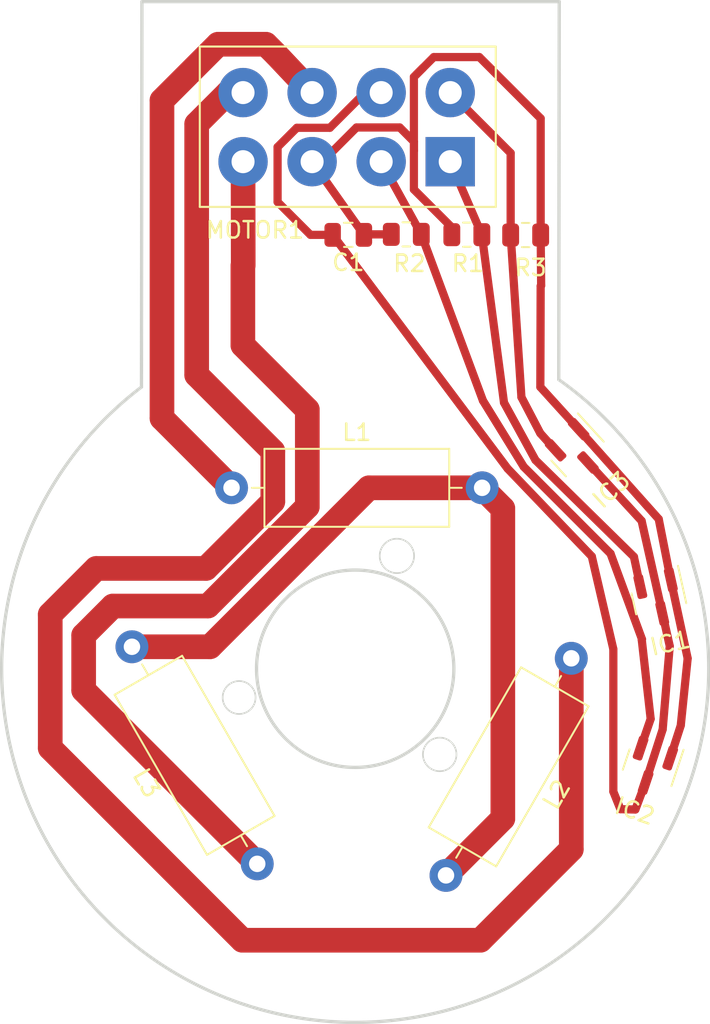
<source format=kicad_pcb>
(kicad_pcb (version 20221018) (generator pcbnew)
  (layers (0 "F.Cu" signal) (31 "B.Cu" signal) (34 "B.Paste" user) (35 "F.Paste" user) (36 "B.SilkS" user "B.Silkscreen") (37 "F.SilkS" user "F.Silkscreen") (38 "B.Mask" user) (39 "F.Mask" user) (44 "Edge.Cuts" user))
  (net 0 "")
  (net 1 "GND")
  (net 2 "MOTOR1_1")
  (net 3 "MOTOR1_2")
  (net 4 "MOTOR1_3")
  (net 5 "5V")
  (net 6 "HALL1_M1")
  (net 7 "HALL2_M1")
  (net 8 "HALL3_M1")
  (net 9 "Net-(L1-Pad2)")
  (footprint "Package_TO_SOT_SMD:SOT-23" (layer "F.Cu") (at 133.790766 105.446813 -77.5)
    (fp_text reference "IC1" (at 2.815413 -0.071564 12.5) (layer "F.SilkS"))
    (fp_text value "a3144e")
    (fp_line (start 0 -1.56) (end -1.675 -1.56) (stroke (width 0.12)) (layer "F.SilkS"))
    (fp_line (start 0 -1.56) (end 0.65 -1.56) (stroke (width 0.12)) (layer "F.SilkS"))
    (fp_line (start 0 1.56) (end -0.65 1.56) (stroke (width 0.12)) (layer "F.SilkS"))
    (fp_line (start 0 1.56) (end 0.65 1.56) (stroke (width 0.12)) (layer "F.SilkS"))
    (pad "1" smd roundrect (at -0.9375 -0.95 282.5) (size 1.475 0.6) (layers "F.Cu" "F.Paste" "F.Mask") (net 5 "5V"))
    (pad "2" smd roundrect (at -0.9375 0.95 282.5) (size 1.475 0.6) (layers "F.Cu" "F.Paste" "F.Mask") (net 6 "HALL1_M1"))
    (pad "3" smd roundrect (at 0.9375 0 282.5) (size 1.475 0.6) (layers "F.Cu" "F.Paste" "F.Mask") (net 1 "GND"))
  )
  (footprint "Inductor_THT:L_Axial_L11.0mm_D4.5mm_P15.24mm_Horizontal_Fastron_MECC" (layer "F.Cu") (at 128.4625 109.096557 -120)
    (fp_text reference "L2" (at 7.62 -3.37 60) (layer "F.SilkS"))
    (fp_text value "L")
    (fp_line (start 1.24 0) (end 2 0) (stroke (width 0.12)) (layer "F.SilkS"))
    (fp_line (start 2 -2.37) (end 2 2.37) (stroke (width 0.12)) (layer "F.SilkS"))
    (fp_line (start 2 2.37) (end 13.24 2.37) (stroke (width 0.12)) (layer "F.SilkS"))
    (fp_line (start 13.24 -2.37) (end 2 -2.37) (stroke (width 0.12)) (layer "F.SilkS"))
    (fp_line (start 13.24 2.37) (end 13.24 -2.37) (stroke (width 0.12)) (layer "F.SilkS"))
    (fp_line (start 14 0) (end 13.24 0) (stroke (width 0.12)) (layer "F.SilkS"))
    (pad "1" thru_hole circle (at 0 0 240) (size 2 2) (drill 1) (layers "*.Cu" "*.Mask") (net 3 "MOTOR1_2"))
    (pad "2" thru_hole oval (at 15.24 0 240) (size 2 2) (drill 1) (layers "*.Cu" "*.Mask") (net 9 "Net-(L1-Pad2)"))
  )
  (footprint "Resistor_SMD:R_0805_2012Metric" (layer "F.Cu") (at 125.6875 83.36 180)
    (fp_text reference "R3" (at -0.2965 -1.984) (layer "F.SilkS"))
    (fp_text value "10k")
    (fp_line (start -0.227064 -0.735) (end 0.227064 -0.735) (stroke (width 0.12)) (layer "F.SilkS"))
    (fp_line (start -0.227064 0.735) (end 0.227064 0.735) (stroke (width 0.12)) (layer "F.SilkS"))
    (pad "1" smd roundrect (at -0.9125 0 180) (size 1.025 1.4) (layers "F.Cu" "F.Paste" "F.Mask") (roundrect_rratio 0.243902439) (net 5 "5V"))
    (pad "2" smd roundrect (at 0.9125 0 180) (size 1.025 1.4) (layers "F.Cu" "F.Paste" "F.Mask") (roundrect_rratio 0.243902439) (net 8 "HALL3_M1"))
  )
  (footprint "Package_TO_SOT_SMD:SOT-23" (layer "F.Cu") (at 128.842418 96.497199 -47.5)
    (fp_text reference "IC3" (at 3.132122 0.079277 42.5) (layer "F.SilkS"))
    (fp_text value "a3144e")
    (fp_line (start 0 -1.56) (end -1.675 -1.56) (stroke (width 0.12)) (layer "F.SilkS"))
    (fp_line (start 0 -1.56) (end 0.65 -1.56) (stroke (width 0.12)) (layer "F.SilkS"))
    (fp_line (start 0 1.56) (end -0.65 1.56) (stroke (width 0.12)) (layer "F.SilkS"))
    (fp_line (start 0 1.56) (end 0.65 1.56) (stroke (width 0.12)) (layer "F.SilkS"))
    (pad "1" smd roundrect (at -0.9375 -0.95 312.5) (size 1.475 0.6) (layers "F.Cu" "F.Paste" "F.Mask") (net 5 "5V"))
    (pad "2" smd roundrect (at -0.9375 0.95 312.5) (size 1.475 0.6) (layers "F.Cu" "F.Paste" "F.Mask") (net 8 "HALL3_M1"))
    (pad "3" smd roundrect (at 0.9375 0 312.5) (size 1.475 0.6) (layers "F.Cu" "F.Paste" "F.Mask") (net 1 "GND"))
  )
  (footprint "Inductor_THT:L_Axial_L11.0mm_D4.5mm_P15.24mm_Horizontal_Fastron_MECC" (layer "F.Cu") (at 109.3625 121.593444 120)
    (fp_text reference "L3" (at 7.62 -3.37 120) (layer "F.SilkS"))
    (fp_text value "L")
    (fp_line (start 1.24 0) (end 2 0) (stroke (width 0.12)) (layer "F.SilkS"))
    (fp_line (start 2 -2.37) (end 2 2.37) (stroke (width 0.12)) (layer "F.SilkS"))
    (fp_line (start 2 2.37) (end 13.24 2.37) (stroke (width 0.12)) (layer "F.SilkS"))
    (fp_line (start 13.24 -2.37) (end 2 -2.37) (stroke (width 0.12)) (layer "F.SilkS"))
    (fp_line (start 13.24 2.37) (end 13.24 -2.37) (stroke (width 0.12)) (layer "F.SilkS"))
    (fp_line (start 14 0) (end 13.24 0) (stroke (width 0.12)) (layer "F.SilkS"))
    (pad "1" thru_hole circle (at 0 0 120) (size 2 2) (drill 1) (layers "*.Cu" "*.Mask") (net 4 "MOTOR1_3"))
    (pad "2" thru_hole oval (at 15.24 0 120) (size 2 2) (drill 1) (layers "*.Cu" "*.Mask") (net 9 "Net-(L1-Pad2)"))
  )
  (footprint "Inductor_THT:L_Axial_L11.0mm_D4.5mm_P15.24mm_Horizontal_Fastron_MECC" (layer "F.Cu") (at 107.8 98.73)
    (fp_text reference "L1" (at 7.62 -3.37) (layer "F.SilkS"))
    (fp_text value "L")
    (fp_line (start 1.24 0) (end 2 0) (stroke (width 0.12)) (layer "F.SilkS"))
    (fp_line (start 2 -2.37) (end 2 2.37) (stroke (width 0.12)) (layer "F.SilkS"))
    (fp_line (start 2 2.37) (end 13.24 2.37) (stroke (width 0.12)) (layer "F.SilkS"))
    (fp_line (start 13.24 -2.37) (end 2 -2.37) (stroke (width 0.12)) (layer "F.SilkS"))
    (fp_line (start 13.24 2.37) (end 13.24 -2.37) (stroke (width 0.12)) (layer "F.SilkS"))
    (fp_line (start 14 0) (end 13.24 0) (stroke (width 0.12)) (layer "F.SilkS"))
    (pad "1" thru_hole circle (at 0 0) (size 2 2) (drill 1) (layers "*.Cu" "*.Mask") (net 2 "MOTOR1_1"))
    (pad "2" thru_hole oval (at 15.24 0) (size 2 2) (drill 1) (layers "*.Cu" "*.Mask") (net 9 "Net-(L1-Pad2)"))
  )
  (footprint "Resistor_SMD:R_0805_2012Metric" (layer "F.Cu") (at 118.4275 83.32)
    (fp_text reference "R2" (at 0.1905 1.77) (layer "F.SilkS"))
    (fp_text value "10k")
    (fp_line (start -0.227064 -0.735) (end 0.227064 -0.735) (stroke (width 0.12)) (layer "F.SilkS"))
    (fp_line (start -0.227064 0.735) (end 0.227064 0.735) (stroke (width 0.12)) (layer "F.SilkS"))
    (pad "1" smd roundrect (at -0.9125 0) (size 1.025 1.4) (layers "F.Cu" "F.Paste" "F.Mask") (roundrect_rratio 0.243902439) (net 5 "5V"))
    (pad "2" smd roundrect (at 0.9125 0) (size 1.025 1.4) (layers "F.Cu" "F.Paste" "F.Mask") (roundrect_rratio 0.243902439) (net 7 "HALL2_M1"))
  )
  (footprint "Capacitor_SMD:C_0805_2012Metric" (layer "F.Cu") (at 114.9 83.35 180)
    (fp_text reference "C1" (at 0 -1.68) (layer "F.SilkS"))
    (fp_text value "100n")
    (fp_line (start -0.261252 -0.735) (end 0.261252 -0.735) (stroke (width 0.12)) (layer "F.SilkS"))
    (fp_line (start -0.261252 0.735) (end 0.261252 0.735) (stroke (width 0.12)) (layer "F.SilkS"))
    (pad "1" smd roundrect (at -0.95 0 180) (size 1 1.45) (layers "F.Cu" "F.Paste" "F.Mask") (net 5 "5V"))
    (pad "2" smd roundrect (at 0.95 0 180) (size 1 1.45) (layers "F.Cu" "F.Paste" "F.Mask") (net 1 "GND"))
  )
  (footprint "Resistor_SMD:R_0805_2012Metric" (layer "F.Cu") (at 122.11 83.34)
    (fp_text reference "R1" (at 0.064 1.75) (layer "F.SilkS"))
    (fp_text value "10k")
    (fp_line (start -0.227064 -0.735) (end 0.227064 -0.735) (stroke (width 0.12)) (layer "F.SilkS"))
    (fp_line (start -0.227064 0.735) (end 0.227064 0.735) (stroke (width 0.12)) (layer "F.SilkS"))
    (pad "1" smd roundrect (at -0.9125 0) (size 1.025 1.4) (layers "F.Cu" "F.Paste" "F.Mask") (roundrect_rratio 0.243902439) (net 5 "5V"))
    (pad "2" smd roundrect (at 0.9125 0) (size 1.025 1.4) (layers "F.Cu" "F.Paste" "F.Mask") (roundrect_rratio 0.243902439) (net 6 "HALL1_M1"))
  )
  (footprint "Package_TO_SOT_SMD:SOT-23" (layer "F.Cu") (at 133.28 115.75 -108.5)
    (fp_text reference "IC2" (at 2.798704 0.075879 -18.5) (layer "F.SilkS"))
    (fp_text value "a3144e")
    (fp_line (start 0 -1.56) (end -1.675 -1.56) (stroke (width 0.12)) (layer "F.SilkS"))
    (fp_line (start 0 -1.56) (end 0.65 -1.56) (stroke (width 0.12)) (layer "F.SilkS"))
    (fp_line (start 0 1.56) (end -0.65 1.56) (stroke (width 0.12)) (layer "F.SilkS"))
    (fp_line (start 0 1.56) (end 0.65 1.56) (stroke (width 0.12)) (layer "F.SilkS"))
    (pad "1" smd roundrect (at -0.9375 -0.95 251.5) (size 1.475 0.6) (layers "F.Cu" "F.Paste" "F.Mask") (net 5 "5V"))
    (pad "2" smd roundrect (at -0.9375 0.95 251.5) (size 1.475 0.6) (layers "F.Cu" "F.Paste" "F.Mask") (net 7 "HALL2_M1"))
    (pad "3" smd roundrect (at 0.9375 0 251.5) (size 1.475 0.6) (layers "F.Cu" "F.Paste" "F.Mask") (net 1 "GND"))
  )
  (footprint "Maraca:TE_1586037-8b" (layer "F.Cu") (at 121.1 78.9 180)
    (fp_text reference "MOTOR1" (at 11.88 -4.158) (layer "F.SilkS"))
    (fp_text value "CONECTOR MOTOR 1")
    (fp_line (start -2.77 7) (end -2.77 -2.75) (stroke (width 0.127)) (layer "F.SilkS"))
    (fp_line (start 15.23 -2.75) (end -2.77 -2.75) (stroke (width 0.127)) (layer "F.SilkS"))
    (fp_line (start 15.23 -2.75) (end 15.23 7) (stroke (width 0.127)) (layer "F.SilkS"))
    (fp_line (start 15.23 7) (end -2.77 7) (stroke (width 0.127)) (layer "F.SilkS"))
    (pad "1" thru_hole rect (at 0 0 180) (size 3 3) (drill 1.4) (layers "*.Cu" "*.Mask") (net 6 "HALL1_M1"))
    (pad "2" thru_hole circle (at 4.2 0 180) (size 3 3) (drill 1.4) (layers "*.Cu" "*.Mask") (net 7 "HALL2_M1"))
    (pad "3" thru_hole circle (at 8.4 0 180) (size 3 3) (drill 1.4) (layers "*.Cu" "*.Mask") (net 5 "5V"))
    (pad "4" thru_hole circle (at 12.6 0 180) (size 3 3) (drill 1.4) (layers "*.Cu" "*.Mask") (net 4 "MOTOR1_3"))
    (pad "5" thru_hole circle (at 0 4.2 180) (size 3 3) (drill 1.4) (layers "*.Cu" "*.Mask") (net 8 "HALL3_M1"))
    (pad "6" thru_hole circle (at 4.2 4.2 180) (size 3 3) (drill 1.4) (layers "*.Cu" "*.Mask") (net 1 "GND"))
    (pad "7" thru_hole circle (at 8.4 4.2 180) (size 3 3) (drill 1.4) (layers "*.Cu" "*.Mask") (net 2 "MOTOR1_1"))
    (pad "8" thru_hole circle (at 12.6 4.2 180) (size 3 3) (drill 1.4) (layers "*.Cu" "*.Mask") (net 3 "MOTOR1_2"))
  )
  (gr_circle (center 120.46 114.94) (end 121.481065 114.94) (stroke (width 0.1)) (fill none) (layer "Edge.Cuts"))
  (gr_circle (center 117.856 102.87) (end 118.896 102.99) (stroke (width 0.1)) (fill none) (layer "Edge.Cuts"))
  (gr_circle (center 115.319999 109.73) (end 121.319999 109.73) (stroke (width 0.2)) (fill none) (layer "Edge.Cuts"))
  (gr_line (start 102.35 69.17) (end 102.321632 92.602151) (stroke (width 0.2)) (layer "Edge.Cuts"))
  (gr_line (start 102.35 69.17) (end 127.73 69.17) (stroke (width 0.2)) (layer "Edge.Cuts"))
  (gr_line (start 127.73 69.17) (end 127.7 92.15) (stroke (width 0.2)) (layer "Edge.Cuts"))
  (gr_circle (center 108.26 111.48) (end 109.260624 111.43) (stroke (width 0.1)) (fill none) (layer "Edge.Cuts"))
  (gr_arc (start 127.7 92.15) (mid 115.703019 131.228235) (end 102.321632 92.602151) (stroke (width 0.2)) (layer "Edge.Cuts"))
  (segment (start 111.77 76.84) (end 113.78 76.84) (width 0.5) (layer "F.Cu") (net 1))
  (segment (start 113.95 83.35) (end 112.6 83.35) (width 0.5) (layer "F.Cu") (net 1))
  (segment (start 113.78 76.84) (end 115.92 74.7) (width 0.5) (layer "F.Cu") (net 1))
  (segment (start 132.74 100.74) (end 129.653126 97.381932) (width 0.5) (layer "F.Cu") (net 1))
  (segment (start 131.45 118.27) (end 131.02 117.2) (width 0.5) (layer "F.Cu") (net 1))
  (segment (start 129.71 102.9) (end 124.59 97.56) (width 0.5) (layer "F.Cu") (net 1))
  (segment (start 131.02 117.2) (end 131.02 108.54) (width 0.5) (layer "F.Cu") (net 1))
  (segment (start 134.02 113.42) (end 134.45 108.35) (width 0.5) (layer "F.Cu") (net 1))
  (segment (start 124.59 97.56) (end 113.95 83.35) (width 0.5) (layer "F.Cu") (net 1))
  (segment (start 115.92 74.7) (end 116.9 74.7) (width 0.5) (layer "F.Cu") (net 1))
  (segment (start 132.982527 116.639053) (end 132.36 118.29) (width 0.5) (layer "F.Cu") (net 1))
  (segment (start 131.02 108.54) (end 129.71 102.9) (width 0.5) (layer "F.Cu") (net 1))
  (segment (start 110.6 78.01) (end 111.77 76.84) (width 0.5) (layer "F.Cu") (net 1))
  (segment (start 112.6 83.35) (end 110.6 81.35) (width 0.5) (layer "F.Cu") (net 1))
  (segment (start 132.36 118.29) (end 131.45 118.27) (width 0.5) (layer "F.Cu") (net 1))
  (segment (start 110.6 81.35) (end 110.6 78.01) (width 0.5) (layer "F.Cu") (net 1))
  (segment (start 134.45 108.35) (end 132.74 100.74) (width 0.5) (layer "F.Cu") (net 1))
  (segment (start 132.982527 116.639053) (end 134.02 113.42) (width 0.5) (layer "F.Cu") (net 1))
  (segment (start 106.98 71.76) (end 103.57 75.17) (width 1.5) (layer "F.Cu") (net 2))
  (segment (start 109.887962 71.76) (end 106.98 71.76) (width 1.5) (layer "F.Cu") (net 2))
  (segment (start 103.57 94.5) (end 107.8 98.73) (width 1.5) (layer "F.Cu") (net 2))
  (segment (start 112.7 74.7) (end 110.513981 72.386019) (width 1.5) (layer "F.Cu") (net 2))
  (segment (start 103.57 75.17) (end 103.57 94.5) (width 1.5) (layer "F.Cu") (net 2))
  (segment (start 110.513981 72.386019) (end 109.887962 71.76) (width 1.5) (layer "F.Cu") (net 2))
  (segment (start 105.68 76.61) (end 105.68 91.87) (width 1.5) (layer "F.Cu") (net 3))
  (segment (start 110.31 99.568) (end 106.246 103.632) (width 1.5) (layer "F.Cu") (net 3))
  (segment (start 96.774 106.426) (end 96.774 114.554) (width 1.5) (layer "F.Cu") (net 3))
  (segment (start 128.4625 120.7115) (end 128.4625 109.096557) (width 1.5) (layer "F.Cu") (net 3))
  (segment (start 107.59 74.7) (end 105.68 76.61) (width 1.5) (layer "F.Cu") (net 3))
  (segment (start 110.31 96.5) (end 110.31 99.568) (width 1.5) (layer "F.Cu") (net 3))
  (segment (start 96.774 114.554) (end 108.458 126.238) (width 1.5) (layer "F.Cu") (net 3))
  (segment (start 106.246 103.632) (end 99.568 103.632) (width 1.5) (layer "F.Cu") (net 3))
  (segment (start 105.68 91.87) (end 110.31 96.5) (width 1.5) (layer "F.Cu") (net 3))
  (segment (start 108.5 74.7) (end 107.59 74.7) (width 1.5) (layer "F.Cu") (net 3))
  (segment (start 108.458 126.238) (end 122.936 126.238) (width 1.5) (layer "F.Cu") (net 3))
  (segment (start 122.936 126.238) (end 128.4625 120.7115) (width 1.5) (layer "F.Cu") (net 3))
  (segment (start 99.568 103.632) (end 96.774 106.426) (width 1.5) (layer "F.Cu") (net 3))
  (segment (start 112.408198 93.978198) (end 108.49 90.06) (width 1.5) (layer "F.Cu") (net 4))
  (segment (start 100.584 105.918) (end 106.364164 105.918) (width 1.5) (layer "F.Cu") (net 4))
  (segment (start 98.806 107.696) (end 100.584 105.918) (width 1.5) (layer "F.Cu") (net 4))
  (segment (start 109.3625 121.593444) (end 98.806 111.036944) (width 1.5) (layer "F.Cu") (net 4))
  (segment (start 112.408198 99.873966) (end 112.408198 93.978198) (width 1.5) (layer "F.Cu") (net 4))
  (segment (start 106.364164 105.918) (end 112.408198 99.873966) (width 1.5) (layer "F.Cu") (net 4))
  (segment (start 108.49 90.06) (end 108.49 85.21) (width 1.5) (layer "F.Cu") (net 4))
  (segment (start 108.5 78.9) (end 108.51 85.21) (width 1.5) (layer "F.Cu") (net 4))
  (segment (start 98.806 111.036944) (end 98.806 107.696) (width 1.5) (layer "F.Cu") (net 4))
  (segment (start 118.03 76.82) (end 118.89 77.68) (width 0.5) (layer "F.Cu") (net 5))
  (segment (start 134.45852 104.06964) (end 133.78 100.63) (width 0.5) (layer "F.Cu") (net 5))
  (segment (start 118.89 80.59) (end 121.1975 82.8975) (width 0.5) (layer "F.Cu") (net 5))
  (segment (start 119.44 73.2) (end 120.1 72.54) (width 0.5) (layer "F.Cu") (net 5))
  (segment (start 126.6 86.46) (end 126.63 86.43) (width 0.5) (layer "F.Cu") (net 5))
  (segment (start 113.32 78.9) (end 115.4 76.82) (width 0.5) (layer "F.Cu") (net 5))
  (segment (start 118.89 77.68) (end 118.89 78.23) (width 0.5) (layer "F.Cu") (net 5))
  (segment (start 126.63 86.43) (end 126.6 83.36) (width 0.5) (layer "F.Cu") (net 5))
  (segment (start 112.7 78.9) (end 113.32 78.9) (width 0.5) (layer "F.Cu") (net 5))
  (segment (start 119.02 73.62) (end 119.44 73.2) (width 0.5) (layer "F.Cu") (net 5))
  (segment (start 115.4 76.82) (end 118.03 76.82) (width 0.5) (layer "F.Cu") (net 5))
  (segment (start 134.478381 115.162386) (end 135.12 113.18) (width 0.5) (layer "F.Cu") (net 5))
  (segment (start 118.89 73.75) (end 119.44 73.2) (width 0.5) (layer "F.Cu") (net 5))
  (segment (start 117.515 83.32) (end 115.88 83.32) (width 0.5) (layer "F.Cu") (net 5))
  (segment (start 115.88 83.32) (end 115.85 83.35) (width 0.5) (layer "F.Cu") (net 5))
  (segment (start 115.85 83.35) (end 112.7 78.9) (width 0.5) (layer "F.Cu") (net 5))
  (segment (start 135.12 113.18) (end 135.54 109.1) (width 0.5) (layer "F.Cu") (net 5))
  (segment (start 118.89 78.23) (end 118.89 73.75) (width 0.5) (layer "F.Cu") (net 5))
  (segment (start 126.6 76.27) (end 126.6 83.36) (width 0.5) (layer "F.Cu") (net 5))
  (segment (start 126.58 92.6) (end 126.6 86.46) (width 0.5) (layer "F.Cu") (net 5))
  (segment (start 135.54 109.1) (end 134.45852 104.06964) (width 0.5) (layer "F.Cu") (net 5))
  (segment (start 118.89 78.23) (end 118.89 80.59) (width 0.5) (layer "F.Cu") (net 5))
  (segment (start 120.1 72.54) (end 122.87 72.54) (width 0.5) (layer "F.Cu") (net 5))
  (segment (start 133.78 100.63) (end 128.732123 94.970655) (width 0.5) (layer "F.Cu") (net 5))
  (segment (start 122.87 72.54) (end 126.6 76.27) (width 0.5) (layer "F.Cu") (net 5))
  (segment (start 128.732123 94.970655) (end 126.58 92.6) (width 0.5) (layer "F.Cu") (net 5))
  (segment (start 121.1975 82.8975) (end 121.1975 83.34) (width 0.5) (layer "F.Cu") (net 5))
  (segment (start 124.37 93.55) (end 123.0225 83.34) (width 0.5) (layer "F.Cu") (net 6))
  (segment (start 126.285454 97.045454) (end 124.37 93.55) (width 0.5) (layer "F.Cu") (net 6))
  (segment (start 123.0225 83.34) (end 121.1 78.9) (width 0.5) (layer "F.Cu") (net 6))
  (segment (start 132.603557 104.480875) (end 132.27 102.92) (width 0.5) (layer "F.Cu") (net 6))
  (segment (start 132.27 102.92) (end 126.285454 97.045454) (width 0.5) (layer "F.Cu") (net 6))
  (segment (start 119.34 83.32) (end 123.09 93.43) (width 0.5) (layer "F.Cu") (net 7))
  (segment (start 132.75 107.98) (end 133.29 112.78) (width 0.5) (layer "F.Cu") (net 7))
  (segment (start 132.76 107.93) (end 132.75 107.98) (width 0.5) (layer "F.Cu") (net 7))
  (segment (start 125.57 97.45) (end 130.85 102.73) (width 0.5) (layer "F.Cu") (net 7))
  (segment (start 130.85 102.73) (end 132.76 107.93) (width 0.5) (layer "F.Cu") (net 7))
  (segment (start 133.29 112.78) (end 132.676566 114.559507) (width 0.5) (layer "F.Cu") (net 7))
  (segment (start 123.09 93.43) (end 125.57 97.45) (width 0.5) (layer "F.Cu") (net 7))
  (segment (start 119.34 83.32) (end 116.9 78.9) (width 0.5) (layer "F.Cu") (net 7))
  (segment (start 126.57 95.4) (end 126.6 95.44) (width 0.5) (layer "F.Cu") (net 8))
  (segment (start 125.43 93.22) (end 126.57 95.4) (width 0.5) (layer "F.Cu") (net 8))
  (segment (start 126.6 95.44) (end 127.508639 96.447812) (width 0.5) (layer "F.Cu") (net 8))
  (segment (start 124.775 83.36) (end 124.775 78.375) (width 0.5) (layer "F.Cu") (net 8))
  (segment (start 124.775 78.375) (end 121.1 74.7) (width 0.5) (layer "F.Cu") (net 8))
  (segment (start 124.775 83.36) (end 125.43 93.22) (width 0.5) (layer "F.Cu") (net 8))
  (segment (start 106.488783 108.395217) (end 116.154 98.73) (width 1.5) (layer "F.Cu") (net 9))
  (segment (start 124.3 99.99) (end 123.04 98.73) (width 1.5) (layer "F.Cu") (net 9))
  (segment (start 120.8425 122.294784) (end 124.3 118.837284) (width 1.5) (layer "F.Cu") (net 9))
  (segment (start 124.3 118.837284) (end 124.3 99.99) (width 1.5) (layer "F.Cu") (net 9))
  (segment (start 101.7425 108.395217) (end 106.488783 108.395217) (width 1.5) (layer "F.Cu") (net 9))
  (segment (start 116.154 98.73) (end 123.04 98.73) (width 1.5) (layer "F.Cu") (net 9))
)
</source>
